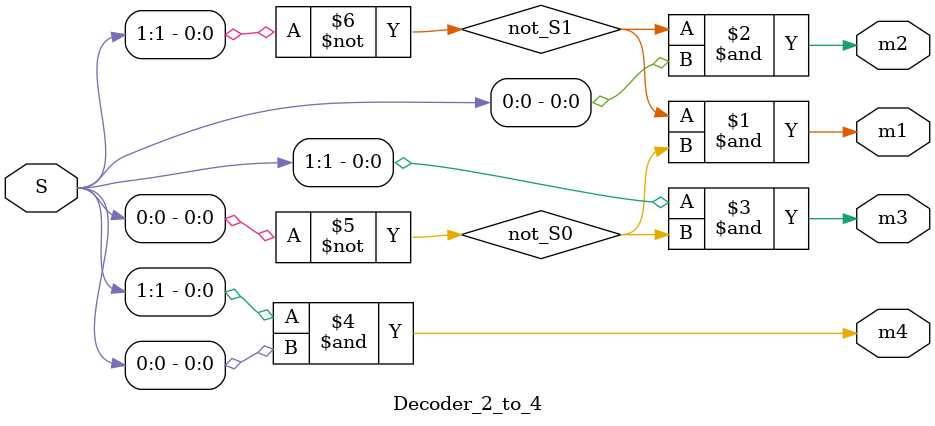
<source format=v>
module Decoder_2_to_4( S, m1, m2, m3, m4);
	input [1:0]S; //Select
	output m1, m2, m3, m4; //Min Terms
	
	/*
		Required Logic
		m1 = (~S1 & ~S0)
		m2 = (~S1 & S0)
		m3 = (S1 & ~S0)e
		m4 = (S1 & S0)
	*/
	
	wire not_S1, not_S0;
	
	not not0(not_S0, S[0]);
	not not1(not_S1, S[1]);
	
	and and1(m1, not_S1, not_S0);
	and and2(m2, not_S1, S[0]);
	and and3(m3, S[1], not_S0);
	and and4(m4, S[1], S[0]);
	
endmodule

</source>
